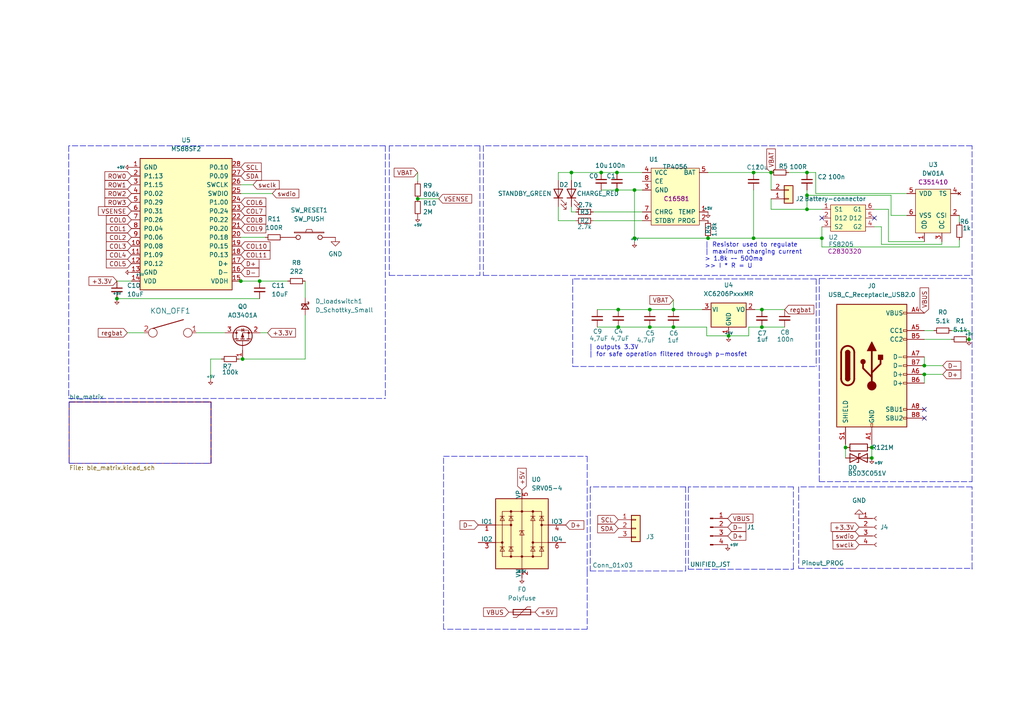
<source format=kicad_sch>
(kicad_sch (version 20211123) (generator eeschema)
  (paper "A4")
  (title_block (title "Challenger-uni") (rev "0.1") (company "// ") (comment 1 "Author: ScatteredDrifter // fabianstabusiness@protonmail.com"))
  (lib_symbols
    (symbol "Connector:Conn_01x04_Female" (pin_names (offset 1.016) hide)
      (property "Reference" "J" (at 0 5.08 0))
      (property "Value" "Conn_01x04_Female" (at 0 -7.62 0))
      (symbol "Conn_01x04_Female_1_1"
        (arc (start 0 -4.572) (mid -0.508 -5.08) (end 0 -5.588) (stroke (width 0.1524)))
        (arc (start 0 -2.032) (mid -0.508 -2.54) (end 0 -3.048) (stroke (width 0.1524)))
        (polyline (pts (xy -1.27 -5.08) (xy -0.508 -5.08)) (stroke (width 0.1524)))
        (polyline (pts (xy -1.27 -2.54) (xy -0.508 -2.54)) (stroke (width 0.1524)))
        (polyline (pts (xy -1.27 0) (xy -0.508 0)) (stroke (width 0.1524)))
        (polyline (pts (xy -1.27 2.54) (xy -0.508 2.54)) (stroke (width 0.1524)))
        (arc (start 0 0.508) (mid -0.508 0) (end 0 -0.508) (stroke (width 0.1524)))
        (arc (start 0 3.048) (mid -0.508 2.54) (end 0 2.032) (stroke (width 0.1524)))
        (pin passive line (at -5.08 2.54 0) (length 3.81) (name "Pin_1") (number "1"))
        (pin passive line (at -5.08 0 0) (length 3.81) (name "Pin_2") (number "2"))
        (pin passive line (at -5.08 -2.54 0) (length 3.81) (name "Pin_3") (number "3"))
        (pin passive line (at -5.08 -5.08 0) (length 3.81) (name "Pin_4") (number "4"))
      )
    )
    (symbol "Connector:Conn_01x04_Male" (pin_names (offset 1.016) hide)
      (property "Reference" "J" (at 0 5.08 0))
      (property "Value" "Conn_01x04_Male" (at 0 -7.62 0))
      (symbol "Conn_01x04_Male_1_1"
        (polyline (pts (xy 1.27 -5.08) (xy 0.8636 -5.08)) (stroke (width 0.1524)))
        (polyline (pts (xy 1.27 -2.54) (xy 0.8636 -2.54)) (stroke (width 0.1524)))
        (polyline (pts (xy 1.27 0) (xy 0.8636 0)) (stroke (width 0.1524)))
        (polyline (pts (xy 1.27 2.54) (xy 0.8636 2.54)) (stroke (width 0.1524)))
        (rectangle (start 0.8636 -4.953) (end 0 -5.207) (stroke (width 0.1524)) (fill (type outline)))
        (rectangle (start 0.8636 -2.413) (end 0 -2.667) (stroke (width 0.1524)) (fill (type outline)))
        (rectangle (start 0.8636 0.127) (end 0 -0.127) (stroke (width 0.1524)) (fill (type outline)))
        (rectangle (start 0.8636 2.667) (end 0 2.413) (stroke (width 0.1524)) (fill (type outline)))
        (pin passive line (at 5.08 2.54 180) (length 3.81) (name "Pin_1") (number "1"))
        (pin passive line (at 5.08 0 180) (length 3.81) (name "Pin_2") (number "2"))
        (pin passive line (at 5.08 -2.54 180) (length 3.81) (name "Pin_3") (number "3"))
        (pin passive line (at 5.08 -5.08 180) (length 3.81) (name "Pin_4") (number "4"))
      )
    )
    (symbol "Connector:USB_C_Receptacle_USB2.0" (pin_names (offset 1.016))
      (property "Reference" "J" (at -10.16 19.05 0))
      (property "Value" "USB_C_Receptacle_USB2.0" (at 19.05 19.05 0))
      (symbol "USB_C_Receptacle_USB2.0_0_0"
        (rectangle (start -0.254 -17.78) (end 0.254 -16.764))
        (rectangle (start 10.16 -14.986) (end 9.144 -15.494))
        (rectangle (start 10.16 -12.446) (end 9.144 -12.954))
        (rectangle (start 10.16 -4.826) (end 9.144 -5.334))
        (rectangle (start 10.16 -2.286) (end 9.144 -2.794))
        (rectangle (start 10.16 0.254) (end 9.144 -0.254))
        (rectangle (start 10.16 2.794) (end 9.144 2.286))
        (rectangle (start 10.16 7.874) (end 9.144 7.366))
        (rectangle (start 10.16 10.414) (end 9.144 9.906))
        (rectangle (start 10.16 15.494) (end 9.144 14.986))
      )
      (symbol "USB_C_Receptacle_USB2.0_0_1"
        (rectangle (start -10.16 17.78) (end 10.16 -17.78) (stroke (width 0.254)) (fill (type background)))
        (arc (start -8.89 -3.81) (mid -6.985 -5.715) (end -5.08 -3.81) (stroke (width 0.508)))
        (arc (start -7.62 -3.81) (mid -6.985 -4.445) (end -6.35 -3.81) (stroke (width 0.254)))
        (arc (start -7.62 -3.81) (mid -6.985 -4.445) (end -6.35 -3.81) (stroke (width 0.254)) (fill (type outline)))
        (rectangle (start -7.62 -3.81) (end -6.35 3.81) (stroke (width 0.254)) (fill (type outline)))
        (arc (start -6.35 3.81) (mid -6.985 4.445) (end -7.62 3.81) (stroke (width 0.254)))
        (arc (start -6.35 3.81) (mid -6.985 4.445) (end -7.62 3.81) (stroke (width 0.254)) (fill (type outline)))
        (arc (start -5.08 3.81) (mid -6.985 5.715) (end -8.89 3.81) (stroke (width 0.508)))
        (circle (center -2.54 1.143) (radius 0.635) (stroke (width 0.254)) (fill (type outline)))
        (circle (center 0 -5.842) (radius 1.27) (fill (type outline)))
        (polyline (pts (xy -8.89 -3.81) (xy -8.89 3.81)) (stroke (width 0.508)))
        (polyline (pts (xy -5.08 3.81) (xy -5.08 -3.81)) (stroke (width 0.508)))
        (polyline (pts (xy 0 -5.842) (xy 0 4.318)) (stroke (width 0.508)))
        (polyline (pts (xy 0 -3.302) (xy -2.54 -0.762) (xy -2.54 0.508)) (stroke (width 0.508)))
        (polyline (pts (xy 0 -2.032) (xy 2.54 0.508) (xy 2.54 1.778)) (stroke (width 0.508)))
        (polyline (pts (xy -1.27 4.318) (xy 0 6.858) (xy 1.27 4.318) (xy -1.27 4.318)) (stroke (width 0.254)) (fill (type outline)))
        (rectangle (start 1.905 1.778) (end 3.175 3.048) (stroke (width 0.254)) (fill (type outline)))
      )
      (symbol "USB_C_Receptacle_USB2.0_1_1"
        (pin passive line (at 0 -22.86 90) (length 5.08) (name "GND") (number "A1"))
        (pin passive line (at 0 -22.86 90) (length 5.08) hide (name "GND") (number "A12"))
        (pin passive line (at 15.24 15.24 180) (length 5.08) (name "VBUS") (number "A4"))
        (pin bidirectional line (at 15.24 10.16 180) (length 5.08) (name "CC1") (number "A5"))
        (pin bidirectional line (at 15.24 -2.54 180) (length 5.08) (name "D+") (number "A6"))
        (pin bidirectional line (at 15.24 2.54 180) (length 5.08) (name "D-") (number "A7"))
        (pin bidirectional line (at 15.24 -12.7 180) (length 5.08) (name "SBU1") (number "A8"))
        (pin passive line (at 15.24 15.24 180) (length 5.08) hide (name "VBUS") (number "A9"))
        (pin passive line (at 0 -22.86 90) (length 5.08) hide (name "GND") (number "B1"))
        (pin passive line (at 0 -22.86 90) (length 5.08) hide (name "GND") (number "B12"))
        (pin passive line (at 15.24 15.24 180) (length 5.08) hide (name "VBUS") (number "B4"))
        (pin bidirectional line (at 15.24 7.62 180) (length 5.08) (name "CC2") (number "B5"))
        (pin bidirectional line (at 15.24 -5.08 180) (length 5.08) (name "D+") (number "B6"))
        (pin bidirectional line (at 15.24 0 180) (length 5.08) (name "D-") (number "B7"))
        (pin bidirectional line (at 15.24 -15.24 180) (length 5.08) (name "SBU2") (number "B8"))
        (pin passive line (at 15.24 15.24 180) (length 5.08) hide (name "VBUS") (number "B9"))
        (pin passive line (at -7.62 -22.86 90) (length 5.08) (name "SHIELD") (number "S1"))
      )
    )
    (symbol "Connector_Generic:Conn_01x02" (pin_names (offset 1.016) hide)
      (property "Reference" "J" (at 0 2.54 0))
      (property "Value" "Conn_01x02" (at 0 -5.08 0))
      (symbol "Conn_01x02_1_1"
        (rectangle (start -1.27 -2.413) (end 0 -2.667) (stroke (width 0.1524)))
        (rectangle (start -1.27 0.127) (end 0 -0.127) (stroke (width 0.1524)))
        (rectangle (start -1.27 1.27) (end 1.27 -3.81) (stroke (width 0.254)) (fill (type background)))
        (pin passive line (at -5.08 0 0) (length 3.81) (name "Pin_1") (number "1"))
        (pin passive line (at -5.08 -2.54 0) (length 3.81) (name "Pin_2") (number "2"))
      )
    )
    (symbol "Connector_Generic:Conn_01x03" (pin_names (offset 1.016) hide)
      (property "Reference" "J" (at 0 5.08 0))
      (property "Value" "Conn_01x03" (at 0 -5.08 0))
      (symbol "Conn_01x03_1_1"
        (rectangle (start -1.27 -2.413) (end 0 -2.667) (stroke (width 0.1524)))
        (rectangle (start -1.27 0.127) (end 0 -0.127) (stroke (width 0.1524)))
        (rectangle (start -1.27 2.667) (end 0 2.413) (stroke (width 0.1524)))
        (rectangle (start -1.27 3.81) (end 1.27 -3.81) (stroke (width 0.254)) (fill (type background)))
        (pin passive line (at -5.08 2.54 0) (length 3.81) (name "Pin_1") (number "1"))
        (pin passive line (at -5.08 0 0) (length 3.81) (name "Pin_2") (number "2"))
        (pin passive line (at -5.08 -2.54 0) (length 3.81) (name "Pin_3") (number "3"))
      )
    )
    (symbol "Device:C_Small" (pin_numbers hide) (pin_names (offset 0.254) hide)
      (property "Reference" "C" (at 0.254 1.778 0))
      (property "Value" "C_Small" (at 0.254 -2.032 0))
      (symbol "C_Small_0_1"
        (polyline (pts (xy -1.524 -0.508) (xy 1.524 -0.508)) (stroke (width 0.3302)))
        (polyline (pts (xy -1.524 0.508) (xy 1.524 0.508)) (stroke (width 0.3048)))
      )
      (symbol "C_Small_1_1"
        (pin passive line (at 0 2.54 270) (length 2.032) (name "~") (number "1"))
        (pin passive line (at 0 -2.54 90) (length 2.032) (name "~") (number "2"))
      )
    )
    (symbol "Device:D_Schottky_Small" (pin_numbers hide) (pin_names (offset 0.254) hide)
      (property "Reference" "D" (at -1.27 2.032 0))
      (property "Value" "D_Schottky_Small" (at -7.112 -2.032 0))
      (symbol "D_Schottky_Small_0_1"
        (polyline (pts (xy -0.762 0) (xy 0.762 0)))
        (polyline (pts (xy 0.762 -1.016) (xy -0.762 0) (xy 0.762 1.016) (xy 0.762 -1.016)) (stroke (width 0.254)))
        (polyline (pts (xy -1.27 0.762) (xy -1.27 1.016) (xy -0.762 1.016) (xy -0.762 -1.016) (xy -0.254 -1.016) (xy -0.254 -0.762)) (stroke (width 0.254)))
      )
      (symbol "D_Schottky_Small_1_1"
        (pin passive line (at -2.54 0 0) (length 1.778) (name "K") (number "1"))
        (pin passive line (at 2.54 0 180) (length 1.778) (name "A") (number "2"))
      )
    )
    (symbol "Device:LED" (pin_numbers hide) (pin_names (offset 1.016) hide)
      (property "Reference" "D" (at 0 2.54 0))
      (property "Value" "LED" (at 0 -2.54 0))
      (symbol "LED_0_1"
        (polyline (pts (xy -1.27 -1.27) (xy -1.27 1.27)) (stroke (width 0.254)))
        (polyline (pts (xy -1.27 0) (xy 1.27 0)))
        (polyline (pts (xy 1.27 -1.27) (xy 1.27 1.27) (xy -1.27 0) (xy 1.27 -1.27)) (stroke (width 0.254)))
        (polyline (pts (xy -3.048 -0.762) (xy -4.572 -2.286) (xy -3.81 -2.286) (xy -4.572 -2.286) (xy -4.572 -1.524)))
        (polyline (pts (xy -1.778 -0.762) (xy -3.302 -2.286) (xy -2.54 -2.286) (xy -3.302 -2.286) (xy -3.302 -1.524)))
      )
      (symbol "LED_1_1"
        (pin passive line (at -3.81 0 0) (length 2.54) (name "K") (number "1"))
        (pin passive line (at 3.81 0 180) (length 2.54) (name "A") (number "2"))
      )
    )
    (symbol "Device:Polyfuse" (pin_numbers hide) (pin_names (offset 0))
      (property "Reference" "F" (at -2.54 0 90))
      (property "Value" "Polyfuse" (at 2.54 0 90))
      (symbol "Polyfuse_0_1"
        (rectangle (start -0.762 2.54) (end 0.762 -2.54) (stroke (width 0.254)))
        (polyline (pts (xy 0 2.54) (xy 0 -2.54)))
        (polyline (pts (xy -1.524 2.54) (xy -1.524 1.524) (xy 1.524 -1.524) (xy 1.524 -2.54)))
      )
      (symbol "Polyfuse_1_1"
        (pin passive line (at 0 3.81 270) (length 1.27) (name "~") (number "1"))
        (pin passive line (at 0 -3.81 90) (length 1.27) (name "~") (number "2"))
      )
    )
    (symbol "Device:R" (pin_numbers hide) (pin_names (offset 0))
      (property "Reference" "R" (at 2.032 0 90))
      (property "Value" "R" (at 0 0 90))
      (symbol "R_0_1"
        (rectangle (start -1.016 -2.54) (end 1.016 2.54) (stroke (width 0.254)))
      )
      (symbol "R_1_1"
        (pin passive line (at 0 3.81 270) (length 1.27) (name "~") (number "1"))
        (pin passive line (at 0 -3.81 90) (length 1.27) (name "~") (number "2"))
      )
    )
    (symbol "Device:R_Small" (pin_numbers hide) (pin_names (offset 0.254) hide)
      (property "Reference" "R" (at 0.762 0.508 0))
      (property "Value" "R_Small" (at 0.762 -1.016 0))
      (symbol "R_Small_0_1"
        (rectangle (start -0.762 1.778) (end 0.762 -1.778) (stroke (width 0.2032)))
      )
      (symbol "R_Small_1_1"
        (pin passive line (at 0 2.54 270) (length 0.762) (name "~") (number "1"))
        (pin passive line (at 0 -2.54 90) (length 0.762) (name "~") (number "2"))
      )
    )
    (symbol "Diode:1.5KExxCA" (pin_numbers hide) (pin_names (offset 1.016) hide)
      (property "Reference" "D" (at 0 2.54 0))
      (property "Value" "1.5KExxCA" (at 0 -2.54 0))
      (symbol "1.5KExxCA_0_1"
        (polyline (pts (xy 1.27 0) (xy -1.27 0)))
        (polyline (pts (xy -2.54 -1.27) (xy 0 0) (xy -2.54 1.27) (xy -2.54 -1.27)) (stroke (width 0.254)))
        (polyline (pts (xy 0.508 1.27) (xy 0 1.27) (xy 0 -1.27) (xy -0.508 -1.27)) (stroke (width 0.254)))
        (polyline (pts (xy 2.54 1.27) (xy 2.54 -1.27) (xy 0 0) (xy 2.54 1.27)) (stroke (width 0.254)))
      )
      (symbol "1.5KExxCA_1_1"
        (pin passive line (at -3.81 0 0) (length 2.54) (name "A1") (number "1"))
        (pin passive line (at 3.81 0 180) (length 2.54) (name "A2") (number "2"))
      )
    )
    (symbol "MINEW_MS88SF2:MS88SF2" (pin_names (offset 1.016))
      (property "Reference" "U" (at 0 20.32 0))
      (property "Value" "MS88SF2" (at 0 -20.32 0))
      (symbol "MS88SF2_0_1"
        (rectangle (start -13.97 19.05) (end 12.7 -19.05) (stroke (width 0.254)) (fill (type background)))
      )
      (symbol "MS88SF2_1_1"
        (pin power_in line (at -16.51 16.51 0) (length 2.54) (name "GND") (number "1"))
        (pin bidirectional line (at -16.51 -6.35 0) (length 2.54) (name "P0.08") (number "10"))
        (pin bidirectional line (at -16.51 -8.89 0) (length 2.54) (name "P1.09") (number "11"))
        (pin bidirectional line (at -16.51 -11.43 0) (length 2.54) (name "P0.12") (number "12"))
        (pin power_in line (at -16.51 -13.97 0) (length 2.54) (name "GND") (number "13"))
        (pin power_in line (at -16.51 -16.51 0) (length 2.54) (name "VDD") (number "14"))
        (pin power_in line (at 15.24 -16.51 180) (length 2.54) (name "VDDH") (number "15"))
        (pin output line (at 15.24 -13.97 180) (length 2.54) (name "D-") (number "16"))
        (pin output line (at 15.24 -11.43 180) (length 2.54) (name "D+") (number "17"))
        (pin bidirectional line (at 15.24 -8.89 180) (length 2.54) (name "P0.13") (number "18"))
        (pin bidirectional line (at 15.24 -6.35 180) (length 2.54) (name "P0.15") (number "19"))
        (pin bidirectional line (at -16.51 13.97 0) (length 2.54) (name "P1.13") (number "2"))
        (pin bidirectional line (at 15.24 -3.81 180) (length 2.54) (name "P0.18") (number "20"))
        (pin bidirectional line (at 15.24 -1.27 180) (length 2.54) (name "P0.20") (number "21"))
        (pin bidirectional line (at 15.24 1.27 180) (length 2.54) (name "P0.22") (number "22"))
        (pin bidirectional line (at 15.24 3.81 180) (length 2.54) (name "P0.24") (number "23"))
        (pin bidirectional line (at 15.24 6.35 180) (length 2.54) (name "P1.00") (number "24"))
        (pin bidirectional line (at 15.24 8.89 180) (length 2.54) (name "SWDIO") (number "25"))
        (pin input line (at 15.24 11.43 180) (length 2.54) (name "SWCLK") (number "26"))
        (pin bidirectional line (at 15.24 13.97 180) (length 2.54) (name "P0.09") (number "27"))
        (pin bidirectional line (at 15.24 16.51 180) (length 2.54) (name "P0.10") (number "28"))
        (pin bidirectional line (at -16.51 11.43 0) (length 2.54) (name "P1.15") (number "3"))
        (pin bidirectional line (at -16.51 8.89 0) (length 2.54) (name "P0.02") (number "4"))
        (pin bidirectional line (at -16.51 6.35 0) (length 2.54) (name "P0.29") (number "5"))
        (pin bidirectional line (at -16.51 3.81 0) (length 2.54) (name "P0.31") (number "6"))
        (pin bidirectional line (at -16.51 1.27 0) (length 2.54) (name "P0.26") (number "7"))
        (pin bidirectional line (at -16.51 -1.27 0) (length 2.54) (name "P0.04") (number "8"))
        (pin bidirectional line (at -16.51 -3.81 0) (length 2.54) (name "P0.06") (number "9"))
      )
    )
    (symbol "Power_Protection:SRV05-4" (pin_names (offset 0))
      (property "Reference" "U" (at -5.08 11.43 0))
      (property "Value" "SRV05-4" (at 2.54 11.43 0))
      (symbol "SRV05-4_0_0"
        (rectangle (start -5.715 6.477) (end 5.715 -6.604))
        (polyline (pts (xy -3.175 -6.604) (xy -3.175 6.477)))
        (polyline (pts (xy 3.175 6.477) (xy 3.175 -6.604)))
      )
      (symbol "SRV05-4_0_1"
        (rectangle (start -7.62 10.16) (end 7.62 -10.16) (stroke (width 0.254)) (fill (type background)))
        (circle (center -5.715 -2.54) (radius 0.2794) (fill (type outline)))
        (circle (center -3.175 -6.604) (radius 0.2794) (fill (type outline)))
        (circle (center -3.175 2.54) (radius 0.2794) (fill (type outline)))
        (circle (center -3.175 6.477) (radius 0.2794) (fill (type outline)))
        (circle (center 0 -6.604) (radius 0.2794) (fill (type outline)))
        (polyline (pts (xy -7.747 2.54) (xy -3.175 2.54)))
        (polyline (pts (xy -7.62 -2.54) (xy -5.715 -2.54)))
        (polyline (pts (xy -5.08 -3.81) (xy -6.35 -3.81)))
        (polyline (pts (xy -5.08 5.08) (xy -6.35 5.08)))
        (polyline (pts (xy -2.54 -3.81) (xy -3.81 -3.81)))
        (polyline (pts (xy -2.54 5.08) (xy -3.81 5.08)))
        (polyline (pts (xy 0 10.16) (xy 0 -10.16)))
        (polyline (pts (xy 3.81 -3.81) (xy 2.54 -3.81)))
        (polyline (pts (xy 3.81 5.08) (xy 2.54 5.08)))
        (polyline (pts (xy 6.35 -3.81) (xy 5.08 -3.81)))
        (polyline (pts (xy 6.35 5.08) (xy 5.08 5.08)))
        (polyline (pts (xy 7.62 -2.54) (xy 3.175 -2.54)))
        (polyline (pts (xy 7.62 2.54) (xy 5.715 2.54)))
        (polyline (pts (xy 0.635 0.889) (xy -0.635 0.889) (xy -0.635 0.635)))
        (polyline (pts (xy -5.08 -5.08) (xy -6.35 -5.08) (xy -5.715 -3.81) (xy -5.08 -5.08)))
        (polyline (pts (xy -5.08 3.81) (xy -6.35 3.81) (xy -5.715 5.08) (xy -5.08 3.81)))
        (polyline (pts (xy -2.54 -5.08) (xy -3.81 -5.08) (xy -3.175 -3.81) (xy -2.54 -5.08)))
        (polyline (pts (xy -2.54 3.81) (xy -3.81 3.81) (xy -3.175 5.08) (xy -2.54 3.81)))
        (polyline (pts (xy 0.635 -0.381) (xy -0.635 -0.381) (xy 0 0.889) (xy 0.635 -0.381)))
        (polyline (pts (xy 3.81 -5.08) (xy 2.54 -5.08) (xy 3.175 -3.81) (xy 3.81 -5.08)))
        (polyline (pts (xy 3.81 3.81) (xy 2.54 3.81) (xy 3.175 5.08) (xy 3.81 3.81)))
        (polyline (pts (xy 6.35 -5.08) (xy 5.08 -5.08) (xy 5.715 -3.81) (xy 6.35 -5.08)))
        (polyline (pts (xy 6.35 3.81) (xy 5.08 3.81) (xy 5.715 5.08) (xy 6.35 3.81)))
        (circle (center 0 6.477) (radius 0.2794) (fill (type outline)))
        (circle (center 3.175 -6.604) (radius 0.2794) (fill (type outline)))
        (circle (center 3.175 -2.54) (radius 0.2794) (fill (type outline)))
        (circle (center 3.175 6.477) (radius 0.2794) (fill (type outline)))
        (circle (center 5.715 2.54) (radius 0.2794) (fill (type outline)))
      )
      (symbol "SRV05-4_1_1"
        (pin passive line (at -12.7 2.54 0) (length 5.08) (name "IO1") (number "1"))
        (pin passive line (at 0 -12.7 90) (length 2.54) (name "VN") (number "2"))
        (pin passive line (at -12.7 -2.54 0) (length 5.08) (name "IO2") (number "3"))
        (pin passive line (at 12.7 2.54 180) (length 5.08) (name "IO3") (number "4"))
        (pin passive line (at 0 12.7 270) (length 2.54) (name "VP") (number "5"))
        (pin passive line (at 12.7 -2.54 180) (length 5.08) (name "IO4") (number "6"))
      )
    )
    (symbol "Regulator_Linear:XC6206PxxxMR" (pin_names (offset 0.254))
      (property "Reference" "U" (at -3.81 3.175 0))
      (property "Value" "XC6206PxxxMR" (at 0 3.175 0))
      (symbol "XC6206PxxxMR_0_1"
        (rectangle (start -5.08 1.905) (end 5.08 -5.08) (stroke (width 0.254)) (fill (type background)))
      )
      (symbol "XC6206PxxxMR_1_1"
        (pin power_in line (at 0 -7.62 90) (length 2.54) (name "GND") (number "1"))
        (pin power_out line (at 7.62 0 180) (length 2.54) (name "VO") (number "2"))
        (pin power_in line (at -7.62 0 0) (length 2.54) (name "VI") (number "3"))
      )
    )
    (symbol "Transistor_FET:AO3401A" (pin_names hide)
      (property "Reference" "Q" (at 5.08 1.905 0))
      (property "Value" "AO3401A" (at 5.08 0 0))
      (symbol "AO3401A_0_1"
        (polyline (pts (xy 0.254 0) (xy -2.54 0)))
        (polyline (pts (xy 0.254 1.905) (xy 0.254 -1.905)) (stroke (width 0.254)))
        (polyline (pts (xy 0.762 -1.27) (xy 0.762 -2.286)) (stroke (width 0.254)))
        (polyline (pts (xy 0.762 0.508) (xy 0.762 -0.508)) (stroke (width 0.254)))
        (polyline (pts (xy 0.762 2.286) (xy 0.762 1.27)) (stroke (width 0.254)))
        (polyline (pts (xy 2.54 2.54) (xy 2.54 1.778)))
        (polyline (pts (xy 2.54 -2.54) (xy 2.54 0) (xy 0.762 0)))
        (polyline (pts (xy 0.762 1.778) (xy 3.302 1.778) (xy 3.302 -1.778) (xy 0.762 -1.778)))
        (polyline (pts (xy 2.286 0) (xy 1.27 0.381) (xy 1.27 -0.381) (xy 2.286 0)) (fill (type outline)))
        (polyline (pts (xy 2.794 -0.508) (xy 2.921 -0.381) (xy 3.683 -0.381) (xy 3.81 -0.254)))
        (polyline (pts (xy 3.302 -0.381) (xy 2.921 0.254) (xy 3.683 0.254) (xy 3.302 -0.381)))
        (circle (center 1.651 0) (radius 2.794) (stroke (width 0.254)))
        (circle (center 2.54 -1.778) (radius 0.254) (fill (type outline)))
        (circle (center 2.54 1.778) (radius 0.254) (fill (type outline)))
      )
      (symbol "AO3401A_1_1"
        (pin input line (at -5.08 0 0) (length 2.54) (name "G") (number "1"))
        (pin passive line (at 2.54 -5.08 90) (length 2.54) (name "S") (number "2"))
        (pin passive line (at 2.54 5.08 270) (length 2.54) (name "D") (number "3"))
      )
    )
    (symbol "keyboard_parts:GND" (power) (pin_names (offset 0))
      (property "Value" "GND" (at 0 -2.54 0))
      (symbol "GND_0_0"
        (pin power_in line (at 0 0 90) (length 0) hide (name "+5V") (number "1"))
      )
      (symbol "GND_0_1"
        (polyline (pts (xy 0 -1.651) (xy 0.635 -1.016) (xy -0.635 -1.016) (xy 0 -1.651)))
      )
      (symbol "GND_1_1"
        (polyline (pts (xy 0 0) (xy 0 -1.016) (xy 0 -1.016)))
      )
    )
    (symbol "keyboard_parts:KEYSW" (pin_names (offset 1.016))
      (property "Reference" "K?" (at -1.27 0 0))
      (symbol "KEYSW_0_1"
        (circle (center -5.08 0) (radius 1.27))
        (polyline (pts (xy -5.08 1.27) (xy 3.81 3.81)) (stroke (width 0.254)))
        (circle (center 5.08 0) (radius 1.27))
      )
      (symbol "KEYSW_1_1"
        (pin passive line (at 7.62 0 180) (length 1.27) (name "~") (number "1"))
        (pin passive line (at -7.62 0 0) (length 1.27) (name "~") (number "2"))
      )
    )
    (symbol "keyboard_parts:SW_PUSH" (pin_numbers hide) (pin_names (offset 1.016) hide)
      (property "Reference" "SW" (at 3.81 2.794 0))
      (property "Value" "SW_PUSH" (at 0 -2.032 0))
      (symbol "SW_PUSH_0_1"
        (rectangle (start -4.318 1.27) (end 4.318 1.524))
        (polyline (pts (xy -1.016 1.524) (xy -0.762 2.286) (xy 0.762 2.286) (xy 1.016 1.524)))
        (pin passive inverted (at -7.62 0 0) (length 5.08) (name "1") (number "1"))
        (pin passive inverted (at 7.62 0 180) (length 5.08) (name "2") (number "2"))
      )
    )
    (symbol "marbastlib-various:DW01A" (pin_names (offset 1.016))
      (property "Reference" "U" (at -5.08 7.62 0))
      (property "Value" "DW01A" (at 2.54 7.62 0))
      (property "LCSC" "C61503" (at 0 0 0))
      (symbol "DW01A_0_1"
        (rectangle (start -5.08 6.35) (end 5.08 -6.35) (fill (type background)))
      )
      (symbol "DW01A_1_1"
        (pin output line (at -2.54 -8.89 90) (length 2.54) (name "OD") (number "1"))
        (pin input line (at 7.62 -1.27 180) (length 2.54) (name "CSI") (number "2"))
        (pin output line (at 2.54 -8.89 90) (length 2.54) (name "OC") (number "3"))
        (pin no_connect line (at 7.62 5.08 180) (length 2.54) (name "TS") (number "4"))
        (pin power_in line (at -7.62 5.08 0) (length 2.54) (name "VDD") (number "5"))
        (pin power_in line (at -7.62 -1.27 0) (length 2.54) (name "VSS") (number "6"))
      )
    )
    (symbol "marbastlib-various:FS8205" (pin_names (offset 1.016))
      (property "Reference" "U" (at -3.81 5.08 0))
      (property "Value" "FS8205" (at -1.27 -5.08 0))
      (property "LCSC" "C32254" (at 0 0 0))
      (symbol "FS8205_0_1"
        (rectangle (start -5.08 3.81) (end 5.08 -3.81) (fill (type background)))
      )
      (symbol "FS8205_1_1"
        (pin power_in line (at -7.62 2.54 0) (length 2.54) (name "S1") (number "1"))
        (pin power_in line (at -7.62 0 0) (length 2.54) (name "D12") (number "2"))
        (pin power_in line (at -7.62 -2.54 0) (length 2.54) (name "S2") (number "3"))
        (pin input line (at 7.62 -2.54 180) (length 2.54) (name "G2") (number "4"))
        (pin power_in line (at 7.62 0 180) (length 2.54) (name "D12") (number "5"))
        (pin input line (at 7.62 2.54 180) (length 2.54) (name "G1") (number "6"))
      )
    )
    (symbol "marbastlib-various:TP4056" (pin_names (offset 1.016))
      (property "Reference" "U" (at -6.35 8.89 0))
      (property "Value" "TP4056" (at 2.54 -10.16 0))
      (property "LCSC" "C16581" (at 0 0 0))
      (symbol "TP4056_0_1"
        (rectangle (start -7.62 7.62) (end 6.35 -8.89) (fill (type background)))
      )
      (symbol "TP4056_1_1"
        (pin input line (at 8.89 -5.08 180) (length 2.54) (name "TEMP") (number "1"))
        (pin input line (at 8.89 -7.62 180) (length 2.54) (name "PROG") (number "2"))
        (pin power_in line (at -10.16 1.27 0) (length 2.54) (name "GND") (number "3"))
        (pin power_in line (at -10.16 6.35 0) (length 2.54) (name "VCC") (number "4"))
        (pin power_out line (at 8.89 6.35 180) (length 2.54) (name "BAT") (number "5"))
        (pin output line (at -10.16 -7.62 0) (length 2.54) (name "STDBY") (number "6"))
        (pin output line (at -10.16 -5.08 0) (length 2.54) (name "CHRG") (number "7"))
        (pin input line (at -10.16 3.81 0) (length 2.54) (name "CE") (number "8"))
      )
    )
    (symbol "power:GND" (power) (pin_names (offset 0))
      (property "Value" "GND" (at 0 -3.81 0))
      (symbol "GND_0_1"
        (polyline (pts (xy 0 0) (xy 0 -1.27) (xy 1.27 -1.27) (xy 0 -2.54) (xy -1.27 -1.27) (xy 0 -1.27)))
      )
      (symbol "GND_1_1"
        (pin power_in line (at 0 0 270) (length 0) hide (name "GND") (number "1"))
      )
    )
  )
  (junction (at 252.857 129.794))
  (junction (at 218.567 50.038))
  (junction (at 234.061 50.038))
  (junction (at 121.158 57.658))
  (junction (at 245.237 129.794))
  (junction (at 178.943 55.118))
  (junction (at 268.097 108.585))
  (junction (at 184.023 69.088))
  (junction (at 174.371 50.038))
  (junction (at 70.358 104.14))
  (junction (at 238.379 69.088))
  (junction (at 220.98 94.869))
  (junction (at 268.097 106.045))
  (junction (at 218.567 69.088))
  (junction (at 33.909 86.614))
  (junction (at 220.98 89.789))
  (junction (at 223.647 50.038))
  (junction (at 178.943 50.038))
  (junction (at 188.468 94.869))
  (junction (at 188.468 89.789))
  (junction (at 75.311 81.534))
  (junction (at 195.326 94.869))
  (junction (at 195.326 89.789))
  (junction (at 179.324 89.789))
  (junction (at 234.061 60.706))
  (junction (at 205.359 69.088))
  (junction (at 184.023 55.118))
  (junction (at 211.328 97.409))
  (junction (at 69.85 81.534))
  (junction (at 234.061 56.642))
  (junction (at 179.324 94.869))
  (junction (at 252.857 132.842))
  (junction (at 165.735 50.038))
  (junction (at 281.051 98.425))
  (no_connect (at 268.097 118.745))
  (no_connect (at 268.097 121.285))
  (no_connect (at 238.379 63.246))
  (no_connect (at 253.619 63.246))
  (wire (pts (xy 161.925 50.038) (xy 161.925 52.324)))
  (wire (pts (xy 195.326 94.869) (xy 204.978 94.869)))
  (wire (pts (xy 61.087 104.14) (xy 61.087 109.855)))
  (wire (pts (xy 275.971 95.885) (xy 281.051 95.885)))
  (wire (pts (xy 188.468 94.869) (xy 195.326 94.869)))
  (wire (pts (xy 184.023 69.088) (xy 205.359 69.088)))
  (wire (pts (xy 205.359 50.038) (xy 218.567 50.038)))
  (wire (pts (xy 69.723 81.534) (xy 69.85 81.534)))
  (polyline (pts (xy 140.208 42.291) (xy 140.208 79.883)))
  (polyline (pts (xy 128.651 182.499) (xy 128.651 132.334)))
  (wire (pts (xy 273.177 70.104) (xy 273.177 70.866)))
  (wire (pts (xy 173.228 94.869) (xy 179.324 94.869)))
  (wire (pts (xy 236.601 50.038) (xy 234.061 50.038)))
  (polyline (pts (xy 231.648 164.846) (xy 281.94 164.846)))
  (polyline (pts (xy 237.617 139.7) (xy 281.94 139.7)))
  (polyline (pts (xy 198.882 141.224) (xy 171.196 141.224)))
  (wire (pts (xy 268.097 108.585) (xy 273.431 108.585)))
  (wire (pts (xy 234.061 56.642) (xy 234.061 60.706)))
  (polyline (pts (xy 281.94 79.883) (xy 281.94 42.291)))
  (wire (pts (xy 257.683 60.706) (xy 257.683 70.104)))
  (polyline (pts (xy 237.617 80.772) (xy 237.617 139.7)))
  (wire (pts (xy 195.326 86.995) (xy 195.326 89.535)))
  (polyline (pts (xy 111.76 42.291) (xy 111.76 115.57)))
  (wire (pts (xy 227.584 94.869) (xy 220.98 94.869)))
  (polyline (pts (xy 237.617 80.772) (xy 281.94 80.772)))
  (wire (pts (xy 88.519 81.534) (xy 88.519 86.36)))
  (polyline (pts (xy 61.214 134.366) (xy 61.214 116.586)))
  (wire (pts (xy 217.17 97.409) (xy 211.328 97.409)))
  (polyline (pts (xy 199.644 165.1) (xy 230.124 165.1)))
  (wire (pts (xy 223.647 50.038) (xy 218.567 50.038)))
  (wire (pts (xy 88.519 91.44) (xy 88.519 104.14)))
  (wire (pts (xy 255.651 70.866) (xy 255.651 65.786)))
  (wire (pts (xy 218.567 69.088) (xy 238.379 69.088)))
  (wire (pts (xy 234.061 60.706) (xy 223.647 60.706)))
  (polyline (pts (xy 281.94 164.846) (xy 281.94 141.224)))
  (wire (pts (xy 165.735 50.038) (xy 174.371 50.038)))
  (wire (pts (xy 174.371 55.118) (xy 178.943 55.118)))
  (wire (pts (xy 223.647 55.118) (xy 223.647 50.038)))
  (wire (pts (xy 268.097 98.425) (xy 275.971 98.425)))
  (wire (pts (xy 178.943 55.118) (xy 184.023 55.118)))
  (wire (pts (xy 278.257 62.484) (xy 278.257 64.516)))
  (wire (pts (xy 268.097 108.585) (xy 268.097 111.125)))
  (wire (pts (xy 204.978 97.409) (xy 211.328 97.409)))
  (polyline (pts (xy 166.116 80.899) (xy 166.116 106.299)))
  (wire (pts (xy 257.683 70.104) (xy 268.097 70.104)))
  (polyline (pts (xy 140.208 79.883) (xy 281.94 79.883)))
  (wire (pts (xy 165.735 50.038) (xy 165.735 52.324)))
  (wire (pts (xy 161.925 50.038) (xy 165.735 50.038)))
  (wire (pts (xy 281.051 95.885) (xy 281.051 98.425)))
  (polyline (pts (xy 281.94 42.291) (xy 140.208 42.291)))
  (wire (pts (xy 69.342 104.14) (xy 70.358 104.14)))
  (polyline (pts (xy 171.196 141.224) (xy 171.196 165.608)))
  (polyline (pts (xy 111.76 42.291) (xy 19.939 42.291)))
  (wire (pts (xy 184.023 69.088) (xy 184.023 70.104)))
  (polyline (pts (xy 230.124 141.224) (xy 199.644 141.224)))
  (polyline (pts (xy 231.648 141.224) (xy 231.648 164.846)))
  (wire (pts (xy 36.957 96.52) (xy 41.783 96.52)))
  (wire (pts (xy 268.097 103.505) (xy 268.097 106.045)))
  (polyline (pts (xy 230.124 164.846) (xy 230.124 141.224)))
  (wire (pts (xy 258.445 56.642) (xy 258.445 62.484)))
  (wire (pts (xy 165.735 59.944) (xy 165.735 61.468)))
  (wire (pts (xy 223.647 57.658) (xy 223.647 60.706)))
  (polyline (pts (xy 236.728 80.899) (xy 166.116 80.899)))
  (wire (pts (xy 121.158 50.038) (xy 121.158 52.578)))
  (wire (pts (xy 218.567 55.118) (xy 218.567 69.088)))
  (polyline (pts (xy 19.939 42.291) (xy 19.939 115.57)))
  (polyline (pts (xy 281.94 141.224) (xy 231.648 141.224)))
  (wire (pts (xy 278.257 71.628) (xy 238.379 71.628)))
  (polyline (pts (xy 230.124 165.1) (xy 230.124 164.846)))
  (wire (pts (xy 69.85 68.834) (xy 76.962 68.834)))
  (polyline (pts (xy 112.903 79.883) (xy 139.192 79.883)))
  (wire (pts (xy 33.909 86.614) (xy 75.311 86.614)))
  (polyline (pts (xy 281.94 139.7) (xy 281.94 80.772)))
  (wire (pts (xy 172.085 64.008) (xy 186.309 64.008)))
  (wire (pts (xy 238.379 71.628) (xy 238.379 69.088)))
  (wire (pts (xy 245.237 129.794) (xy 245.237 132.842)))
  (polyline (pts (xy 112.903 42.291) (xy 112.903 79.883)))
  (wire (pts (xy 258.445 62.484) (xy 263.017 62.484)))
  (wire (pts (xy 33.909 81.534) (xy 38.1 81.534)))
  (polyline (pts (xy 199.644 141.224) (xy 199.644 165.1)))
  (wire (pts (xy 273.431 106.045) (xy 268.097 106.045)))
  (polyline (pts (xy 170.307 132.334) (xy 170.307 165.608)))
  (polyline (pts (xy 236.728 80.899) (xy 236.728 106.299)))
  (wire (pts (xy 220.98 89.789) (xy 227.584 89.789)))
  (polyline (pts (xy 20.066 116.586) (xy 20.066 134.366)))
  (wire (pts (xy 69.85 53.594) (xy 73.406 53.594)))
  (wire (pts (xy 184.023 55.118) (xy 186.309 55.118)))
  (wire (pts (xy 268.097 95.885) (xy 270.891 95.885)))
  (wire (pts (xy 75.311 81.534) (xy 83.439 81.534)))
  (wire (pts (xy 218.948 89.789) (xy 220.98 89.789)))
  (wire (pts (xy 173.228 89.789) (xy 179.324 89.789)))
  (wire (pts (xy 121.158 57.658) (xy 127.254 57.658)))
  (wire (pts (xy 184.023 55.118) (xy 184.023 69.088)))
  (wire (pts (xy 253.619 65.786) (xy 255.651 65.786)))
  (polyline (pts (xy 128.651 132.334) (xy 170.307 132.334)))
  (wire (pts (xy 236.601 56.134) (xy 236.601 50.038)))
  (polyline (pts (xy 20.066 134.366) (xy 61.214 134.366)))
  (wire (pts (xy 69.85 56.134) (xy 78.994 56.134)))
  (wire (pts (xy 195.326 89.789) (xy 203.708 89.789)))
  (polyline (pts (xy 139.192 42.291) (xy 112.903 42.291)))
  (wire (pts (xy 178.943 50.038) (xy 186.309 50.038)))
  (wire (pts (xy 70.358 104.14) (xy 88.519 104.14)))
  (wire (pts (xy 263.017 56.134) (xy 236.601 56.134)))
  (wire (pts (xy 161.925 64.008) (xy 167.005 64.008)))
  (wire (pts (xy 273.177 70.866) (xy 255.651 70.866)))
  (wire (pts (xy 253.619 60.706) (xy 257.683 60.706)))
  (wire (pts (xy 278.257 69.596) (xy 278.257 71.628)))
  (polyline (pts (xy 171.196 165.608) (xy 198.882 165.608)))
  (wire (pts (xy 245.237 128.905) (xy 245.237 129.794)))
  (polyline (pts (xy 139.192 42.291) (xy 139.192 79.883)))
  (wire (pts (xy 220.98 94.869) (xy 217.17 94.869)))
  (polyline (pts (xy 170.307 182.499) (xy 128.651 182.499)))
  (wire (pts (xy 75.438 96.52) (xy 77.597 96.52)))
  (polyline (pts (xy 166.116 106.299) (xy 236.728 106.299)))
  (wire (pts (xy 234.061 56.642) (xy 258.445 56.642)))
  (wire (pts (xy 179.324 94.869) (xy 188.468 94.869)))
  (wire (pts (xy 234.061 55.118) (xy 234.061 56.642)))
  (wire (pts (xy 69.85 81.534) (xy 75.311 81.534)))
  (wire (pts (xy 57.023 96.52) (xy 65.278 96.52)))
  (wire (pts (xy 161.925 59.944) (xy 161.925 64.008)))
  (wire (pts (xy 252.857 129.794) (xy 252.857 132.842)))
  (wire (pts (xy 252.857 128.905) (xy 252.857 129.794)))
  (polyline (pts (xy 19.939 115.57) (xy 111.76 115.57)))
  (polyline (pts (xy 198.882 141.224) (xy 198.882 165.608)))
  (wire (pts (xy 174.371 50.038) (xy 178.943 50.038)))
  (polyline (pts (xy 20.066 116.586) (xy 61.214 116.586)))
  (polyline (pts (xy 281.94 164.846) (xy 281.94 165.1)))
  (wire (pts (xy 238.379 69.088) (xy 238.379 65.786)))
  (polyline (pts (xy 170.307 165.608) (xy 170.307 182.499)))
  (wire (pts (xy 217.17 94.869) (xy 217.17 97.409)))
  (wire (pts (xy 238.379 60.706) (xy 234.061 60.706)))
  (wire (pts (xy 228.727 50.038) (xy 234.061 50.038)))
  (wire (pts (xy 64.262 104.14) (xy 61.087 104.14)))
  (wire (pts (xy 165.735 61.468) (xy 167.005 61.468)))
  (wire (pts (xy 188.468 89.789) (xy 195.326 89.789)))
  (wire (pts (xy 179.324 89.789) (xy 188.468 89.789)))
  (wire (pts (xy 218.567 69.088) (xy 205.359 69.088)))
  (wire (pts (xy 172.085 61.468) (xy 186.309 61.468)))
  (wire (pts (xy 204.978 94.869) (xy 204.978 97.409)))
  (text "| outputs 3.3V \n| for safe operation filtered through p-mosfet\n" (at 170.688 103.632 0) (effects (font (size 1.27 1.27)) (justify left bottom)))
  (text "| Resistor used to regulate \n| maximum charging current \n> 1.8k ~~ 500ma \n>> I * R = U \n" (at 204.343 77.978 0) (effects (font (size 1.27 1.27)) (justify left bottom)))
  (global_label "swdio" (shape input) (at 249.174 155.448 180) (property "Intersheet References" "${INTERSHEET_REFS}" (effects hide)))
  (global_label "COL2" (shape input) (at 38.1 68.834 180) (property "Intersheet References" "${INTERSHEET_REFS}" (effects hide)))
  (global_label "D+" (shape input) (at 164.084 152.273 0) (property "Intersheet References" "${INTERSHEET_REFS}" (effects hide)))
  (global_label "COL0" (shape input) (at 38.1 63.754 180) (property "Intersheet References" "${INTERSHEET_REFS}" (effects hide)))
  (global_label "SDA" (shape input) (at 69.85 51.054 0) (property "Intersheet References" "${INTERSHEET_REFS}" (effects hide)))
  (global_label "regbat" (shape input) (at 36.957 96.52 180) (property "Intersheet References" "${INTERSHEET_REFS}" (effects hide)))
  (global_label "COL6" (shape input) (at 69.85 58.674 0) (property "Intersheet References" "${INTERSHEET_REFS}" (effects hide)))
  (global_label "+5V" (shape input) (at 151.384 142.113 90) (property "Intersheet References" "${INTERSHEET_REFS}" (effects hide)))
  (global_label "ROW0" (shape input) (at 38.1 51.054 180) (property "Intersheet References" "${INTERSHEET_REFS}" (effects hide)))
  (global_label "+5V" (shape input) (at 155.194 177.546 0) (property "Intersheet References" "${INTERSHEET_REFS}" (effects hide)))
  (global_label "VBUS" (shape input) (at 268.097 90.805 90) (property "Intersheet References" "${INTERSHEET_REFS}" (effects hide)))
  (global_label "COL9" (shape input) (at 69.85 66.294 0) (property "Intersheet References" "${INTERSHEET_REFS}" (effects hide)))
  (global_label "COL7" (shape input) (at 69.85 61.214 0) (property "Intersheet References" "${INTERSHEET_REFS}" (effects hide)))
  (global_label "D-" (shape input) (at 273.431 106.045 0) (property "Intersheet References" "${INTERSHEET_REFS}" (effects hide)))
  (global_label "ROW2" (shape input) (at 38.1 56.134 180) (property "Intersheet References" "${INTERSHEET_REFS}" (effects hide)))
  (global_label "SDA" (shape input) (at 179.324 153.289 180) (property "Intersheet References" "${INTERSHEET_REFS}" (effects hide)))
  (global_label "VSENSE" (shape input) (at 38.1 61.214 180) (property "Intersheet References" "${INTERSHEET_REFS}" (effects hide)))
  (global_label "VBAT" (shape input) (at 195.326 86.995 180) (property "Intersheet References" "${INTERSHEET_REFS}" (effects hide)))
  (global_label "COL10" (shape input) (at 69.85 71.374 0) (property "Intersheet References" "${INTERSHEET_REFS}" (effects hide)))
  (global_label "D-" (shape input) (at 69.85 78.994 0) (property "Intersheet References" "${INTERSHEET_REFS}" (effects hide)))
  (global_label "COL8" (shape input) (at 69.85 63.754 0) (property "Intersheet References" "${INTERSHEET_REFS}" (effects hide)))
  (global_label "swdio" (shape input) (at 78.994 56.134 0) (property "Intersheet References" "${INTERSHEET_REFS}" (effects hide)))
  (global_label "ROW1" (shape input) (at 38.1 53.594 180) (property "Intersheet References" "${INTERSHEET_REFS}" (effects hide)))
  (global_label "VBUS" (shape input) (at 147.574 177.546 180) (property "Intersheet References" "${INTERSHEET_REFS}" (effects hide)))
  (global_label "D-" (shape input) (at 138.684 152.273 180) (property "Intersheet References" "${INTERSHEET_REFS}" (effects hide)))
  (global_label "SCL" (shape input) (at 179.324 150.749 180) (property "Intersheet References" "${INTERSHEET_REFS}" (effects hide)))
  (global_label "SCL" (shape input) (at 69.85 48.514 0) (property "Intersheet References" "${INTERSHEET_REFS}" (effects hide)))
  (global_label "COL4" (shape input) (at 38.1 73.914 180) (property "Intersheet References" "${INTERSHEET_REFS}" (effects hide)))
  (global_label "D+" (shape input) (at 211.074 155.448 0) (property "Intersheet References" "${INTERSHEET_REFS}" (effects hide)))
  (global_label "COL5" (shape input) (at 38.1 76.454 180) (property "Intersheet References" "${INTERSHEET_REFS}" (effects hide)))
  (global_label "VBAT" (shape input) (at 121.158 50.038 180) (property "Intersheet References" "${INTERSHEET_REFS}" (effects hide)))
  (global_label "VBUS" (shape input) (at 211.074 150.368 0) (property "Intersheet References" "${INTERSHEET_REFS}" (effects hide)))
  (global_label "+3.3V" (shape input) (at 33.909 81.534 180) (property "Intersheet References" "${INTERSHEET_REFS}" (effects hide)))
  (global_label "VSENSE" (shape input) (at 127.254 57.658 0) (property "Intersheet References" "${INTERSHEET_REFS}" (effects hide)))
  (global_label "D+" (shape input) (at 273.431 108.585 0) (property "Intersheet References" "${INTERSHEET_REFS}" (effects hide)))
  (global_label "COL1" (shape input) (at 38.1 66.294 180) (property "Intersheet References" "${INTERSHEET_REFS}" (effects hide)))
  (global_label "regbat" (shape input) (at 227.584 89.789 0) (property "Intersheet References" "${INTERSHEET_REFS}" (effects hide)))
  (global_label "COL11" (shape input) (at 69.85 73.914 0) (property "Intersheet References" "${INTERSHEET_REFS}" (effects hide)))
  (global_label "COL3" (shape input) (at 38.1 71.374 180) (property "Intersheet References" "${INTERSHEET_REFS}" (effects hide)))
  (global_label "ROW3" (shape input) (at 38.1 58.674 180) (property "Intersheet References" "${INTERSHEET_REFS}" (effects hide)))
  (global_label "D-" (shape input) (at 211.074 152.908 0) (property "Intersheet References" "${INTERSHEET_REFS}" (effects hide)))
  (global_label "VBAT" (shape input) (at 223.647 50.038 90) (property "Intersheet References" "${INTERSHEET_REFS}" (effects hide)))
  (global_label "swclk" (shape input) (at 249.174 157.988 180) (property "Intersheet References" "${INTERSHEET_REFS}" (effects hide)))
  (global_label "+3.3V" (shape input) (at 249.174 152.908 180) (property "Intersheet References" "${INTERSHEET_REFS}" (effects hide)))
  (global_label "+3.3V" (shape input) (at 77.597 96.52 0) (property "Intersheet References" "${INTERSHEET_REFS}" (effects hide)))
  (global_label "D+" (shape input) (at 69.85 76.454 0) (property "Intersheet References" "${INTERSHEET_REFS}" (effects hide)))
  (global_label "swclk" (shape input) (at 73.406 53.594 0) (property "Intersheet References" "${INTERSHEET_REFS}" (effects hide)))
  (symbol (lib_id "Device:LED") (at 161.925 56.134 90) (unit 1)
    (property "Reference" "D2" (at 162.179 53.594 90) (effects (justify right)))
    (property "Value" "STANDBY_GREEN" (at 144.399 56.134 90) (effects (justify right)))
    (property "Footprint" "Diode_SMD:D_0805_2012Metric" (effects hide))
    (property "LCSC" "C2297" (effects hide))
  )
  (symbol (lib_id "Device:C_Small") (at 173.228 92.329 0) (unit 1)
    (property "Reference" "C9" (at 171.958 96.139 0) (effects (justify left)))
    (property "Value" "4,7uF" (at 170.942 98.171 0) (effects (justify left)))
    (property "Footprint" "Capacitor_SMD:C_0805_2012Metric" (effects hide))
    (property "LCSC" "C1779" (effects hide))
  )
  (symbol (lib_id "keyboard_parts:GND") (at 38.1 48.514 270) (unit 1)
    (property "Reference" "#PWR0107" (effects hide))
    (property "Value" "GND" (at 33.782 48.514 90) (effects (font (size 0.762 0.762)) (justify left)))
  )
  (symbol (lib_id "keyboard_parts:KEYSW") (at 49.403 96.52 0) (unit 1)
    (property "Reference" "KON_OFF1" (at 49.403 90.17 0) (effects (font (size 1.524 1.524))))
    (property "Value" "KEYSW" (effects hide))
    (property "Footprint" "weteor:K3-2380S-E1 On-on" (effects hide))
  )
  (symbol (lib_id "Device:C_Small") (at 227.584 92.329 0) (unit 1)
    (property "Reference" "C8" (at 226.314 96.393 0) (effects (justify left)))
    (property "Value" "100n" (at 225.298 98.425 0) (effects (justify left)))
    (property "Footprint" "Capacitor_SMD:C_0805_2012Metric" (effects hide))
    (property "LCSC" "C49678" (effects hide))
  )
  (symbol (lib_id "keyboard_parts:GND") (at 121.158 62.738 0) (unit 1)
    (property "Reference" "#PWR0113" (effects hide))
    (property "Value" "GND" (at 121.158 65.278 0) (effects (font (size 0.762 0.762))))
  )
  (symbol (lib_id "keyboard_parts:GND") (at 211.074 157.988 0) (unit 1)
    (property "Reference" "#PWR0110" (effects hide))
    (property "Value" "GND" (at 212.852 157.988 0) (effects (font (size 0.762 0.762))))
  )
  (symbol (lib_id "MINEW_MS88SF2:MS88SF2") (at 54.61 65.024 0) (unit 1)
    (property "Reference" "U5" (at 53.975 40.64 0))
    (property "Value" "MS88SF2" (at 53.975 43.18 0))
    (property "Footprint" "MS88SF2:MS88SF2" (effects hide))
  )
  (symbol (lib_id "Device:D_Schottky_Small") (at 88.519 88.9 270) (unit 1)
    (property "Reference" "D_loadswitch1" (at 91.44 87.3759 90) (effects (justify left)))
    (property "Value" "D_Schottky_Small" (at 91.44 89.9159 90) (effects (justify left)))
    (property "Footprint" "Diode_SMD:D_SOD-323_HandSoldering" (effects hide))
    (property "LCSC" "C172430" (effects hide))
  )
  (symbol (lib_id "Device:C_Small") (at 174.371 52.578 0) (unit 1)
    (property "Reference" "C0" (at 170.815 51.054 0) (effects (justify left)))
    (property "Value" "10u" (at 172.593 48.006 0) (effects (justify left)))
    (property "Footprint" "Capacitor_SMD:C_0805_2012Metric" (effects hide))
    (property "LCSC" "C15850" (effects hide))
  )
  (symbol (lib_id "Device:C_Small") (at 195.326 92.329 0) (unit 1)
    (property "Reference" "C6" (at 194.056 96.647 0) (effects (justify left)))
    (property "Value" "1uf" (at 193.548 98.679 0) (effects (justify left)))
    (property "Footprint" "Capacitor_SMD:C_0805_2012Metric" (effects hide))
    (property "LCSC" "C28323" (effects hide))
  )
  (symbol (lib_id "Device:R_Small") (at 278.257 67.056 0) (unit 1)
    (property "Reference" "R6" (at 278.384 64.262 0) (effects (justify left)))
    (property "Value" "1k" (at 279.146 66.167 0) (effects (justify left)))
    (property "Footprint" "Resistor_SMD:R_0815_2038Metric" (effects hide))
    (property "LCSC" "C17513" (effects hide))
  )
  (symbol (lib_id "power:GND") (at 97.282 68.834 0) (unit 1)
    (property "Reference" "#PWR0105" (effects hide))
    (property "Value" "GND" (at 97.282 73.66 0))
  )
  (symbol (lib_id "keyboard_parts:GND") (at 205.359 61.468 0) (unit 1)
    (property "Reference" "#PWR0112" (effects hide))
    (property "Value" "GND" (at 205.359 60.452 0) (effects (font (size 0.762 0.762))))
  )
  (symbol (lib_id "keyboard_parts:GND") (at 281.051 98.425 0) (unit 1)
    (property "Reference" "#PWR0114" (effects hide))
    (property "Value" "GND" (at 281.051 96.901 0) (effects (font (size 0.762 0.762))))
  )
  (symbol (lib_id "keyboard_parts:GND") (at 211.328 97.409 0) (unit 1)
    (property "Reference" "#PWR0102" (effects hide))
    (property "Value" "GND" (at 211.328 96.647 0) (effects (font (size 0.762 0.762))))
  )
  (symbol (lib_id "Device:C_Small") (at 178.943 52.578 0) (unit 1)
    (property "Reference" "C1" (at 175.895 51.054 0) (effects (justify left)))
    (property "Value" "100n" (at 176.403 48.006 0) (effects (justify left)))
    (property "Footprint" "Capacitor_SMD:C_0805_2012Metric" (effects hide))
    (property "LCSC" "C49678" (effects hide))
  )
  (symbol (lib_id "marbastlib-various:TP4056") (at 196.469 56.388 0) (unit 1)
    (property "Reference" "U1" (at 189.611 46.228 0))
    (property "Value" "TP4056" (at 195.834 48.387 0))
    (property "Footprint" "weteor:TP4056_SOP-8-PP" (effects hide))
    (property "Datasheet" "https://datasheet.lcsc.com/szlcsc/1906261508_Nanjing-Extension-Microelectronics-TP4056-42-ESOP8_C16581.pdf" (effects hide))
    (property "LCSC" "C16581" (at 196.215 57.658 0))
  )
  (symbol (lib_id "Device:LED") (at 165.735 56.134 90) (unit 1)
    (property "Reference" "D1" (at 166.243 53.594 90) (effects (justify right)))
    (property "Value" "CHARGE_RED" (at 167.259 56.134 90) (effects (justify right)))
    (property "Footprint" "Diode_SMD:D_0805_2012Metric" (effects hide))
    (property "LCSC" "C84256" (effects hide))
  )
  (symbol (lib_id "Device:R_Small") (at 278.511 98.425 90) (unit 1)
    (property "Reference" "R1" (at 278.511 93.091 90))
    (property "Value" "5.1k" (at 278.511 95.631 90))
    (property "Footprint" "Resistor_SMD:R_0815_2038Metric" (effects hide))
    (property "LCSC" "C27834" (effects hide))
  )
  (symbol (lib_id "Device:C_Small") (at 234.061 52.578 0) (unit 1)
    (property "Reference" "C2" (at 237.109 51.3142 0) (effects (justify left)))
    (property "Value" "100n" (at 240.157 51.308 0) (effects (justify left)))
    (property "Footprint" "Capacitor_SMD:C_0805_2012Metric" (effects hide))
    (property "LCSC" "C49678" (effects hide))
  )
  (symbol (lib_id "Power_Protection:SRV05-4") (at 151.384 154.813 0) (unit 1)
    (property "Reference" "U0" (at 154.1527 139.065 0) (effects (justify left)))
    (property "Value" "SRV05-4" (at 154.1527 141.605 0) (effects (justify left)))
    (property "Footprint" "Package_TO_SOT_SMD:SOT-23-6" (effects hide))
    (property "Datasheet" "http://www.onsemi.com/pub/Collateral/SRV05-4-D.PDF" (effects hide))
    (property "LCSC" "C85364" (effects hide))
  )
  (symbol (lib_id "Device:C_Small") (at 33.909 84.074 0) (unit 1)
    (property "Reference" "C10" (at 36.83 82.8102 0) (effects (justify left)))
    (property "Value" "10uF" (at 36.83 85.3502 0) (effects (justify left)))
    (property "Footprint" "Capacitor_SMD:C_0805_2012Metric" (effects hide))
    (property "LCSC" "C15850" (effects hide))
  )
  (symbol (lib_id "Connector:Conn_01x04_Female") (at 254.254 152.908 0) (unit 1)
    (property "Reference" "J4" (at 255.27 152.9079 0) (effects (justify left)))
    (property "Value" "Pinout_PROG" (at 232.41 163.322 0) (effects (justify left)))
    (property "Footprint" "Connector_PinHeader_2.54mm:PinHeader_1x04_P2.54mm_Vertical" (effects hide))
  )
  (symbol (lib_id "Device:R_Small") (at 79.502 68.834 90) (unit 1)
    (property "Reference" "R11" (at 79.502 63.5 90))
    (property "Value" "100R" (at 79.502 66.04 90))
    (property "Footprint" "Resistor_SMD:R_0815_2038Metric" (effects hide))
    (property "LCSC" "C17408" (effects hide))
  )
  (symbol (lib_id "marbastlib-various:DW01A") (at 270.637 61.214 0) (unit 1)
    (property "Reference" "U3" (at 270.637 47.752 0))
    (property "Value" "DW01A" (at 270.637 50.292 0))
    (property "Footprint" "Package_TO_SOT_SMD:SOT-23-6" (effects hide))
    (property "Datasheet" "https://datasheet.lcsc.com/szlcsc/Fortune-Semicon-DW01A-G_C61503.pdf" (effects hide))
    (property "LCSC" "C351410" (at 270.637 52.832 0))
  )
  (symbol (lib_id "Device:R") (at 249.047 129.794 90) (unit 1)
    (property "Reference" "R12" (at 254.762 129.794 90))
    (property "Value" "1M" (at 257.81 129.794 90))
    (property "Footprint" "Resistor_SMD:R_0815_2038Metric" (effects hide))
    (property "LCSC" "C17514" (effects hide))
  )
  (symbol (lib_id "Device:R_Small") (at 273.431 95.885 90) (unit 1)
    (property "Reference" "R0" (at 273.431 90.551 90))
    (property "Value" "5.1k" (at 273.431 93.091 90))
    (property "Footprint" "Resistor_SMD:R_0815_2038Metric" (effects hide))
    (property "LCSC" "C27834" (effects hide))
  )
  (symbol (lib_id "Device:R_Small") (at 205.359 66.548 180) (unit 1)
    (property "Reference" "R4" (at 205.359 66.548 90))
    (property "Value" "1.8k" (at 207.137 66.548 90))
    (property "Footprint" "Resistor_SMD:R_0815_2038Metric" (effects hide))
    (property "LCSC" "C2907292" (effects hide))
  )
  (symbol (lib_id "Device:R_Small") (at 121.158 60.198 0) (unit 1)
    (property "Reference" "R10" (at 122.682 58.9279 0) (effects (justify left)))
    (property "Value" "2M" (at 122.682 61.4679 0) (effects (justify left)))
    (property "Footprint" "Resistor_SMD:R_0815_2038Metric" (effects hide))
    (property "LCSC" "C26112" (effects hide))
  )
  (symbol (lib_id "Device:C_Small") (at 188.468 92.329 0) (unit 1)
    (property "Reference" "C5" (at 187.198 96.647 0) (effects (justify left)))
    (property "Value" "4.7uF" (at 184.658 98.679 0) (effects (justify left)))
    (property "Footprint" "Capacitor_SMD:C_0805_2012Metric" (effects hide))
    (property "LCSC" "C1779" (effects hide))
  )
  (symbol (lib_id "keyboard_parts:GND") (at 33.909 86.614 0) (unit 1)
    (property "Reference" "#PWR0106" (effects hide))
    (property "Value" "GND" (at 33.909 85.09 0) (effects (font (size 0.762 0.762))))
  )
  (symbol (lib_id "Device:R_Small") (at 226.187 50.038 90) (unit 1)
    (property "Reference" "R5" (at 227.203 48.26 90))
    (property "Value" "100R" (at 231.521 48.387 90))
    (property "Footprint" "Resistor_SMD:R_0815_2038Metric" (effects hide))
    (property "LCSC" "C17408" (effects hide))
  )
  (symbol (lib_id "Device:C_Small") (at 179.324 92.329 0) (unit 1)
    (property "Reference" "C4" (at 178.054 96.139 0) (effects (justify left)))
    (property "Value" "4,7uF" (at 177.038 98.171 0) (effects (justify left)))
    (property "Footprint" "Capacitor_SMD:C_0805_2012Metric" (effects hide))
    (property "LCSC" "C1779" (effects hide))
  )
  (symbol (lib_id "Connector_Generic:Conn_01x02") (at 228.727 57.658 0) (mirror x) (unit 1)
    (property "Reference" "J2" (at 230.759 57.6581 0) (effects (justify left)))
    (property "Value" "Battery-connector" (at 233.299 57.658 0) (effects (justify left)))
    (property "Footprint" "weteor:Molex PicoBlade 2Pin smt tht" (effects hide))
  )
  (symbol (lib_id "keyboard_parts:GND") (at 61.087 109.855 0) (mirror y) (unit 1)
    (property "Reference" "#PWR0104" (effects hide))
    (property "Value" "GND" (at 61.087 109.22 0) (effects (font (size 0.762 0.762))))
  )
  (symbol (lib_id "Regulator_Linear:XC6206PxxxMR") (at 211.328 89.789 0) (unit 1)
    (property "Reference" "U4" (at 211.328 82.677 0))
    (property "Value" "XC6206PxxxMR" (at 211.328 85.217 0))
    (property "Footprint" "Package_TO_SOT_SMD:SOT-23" (effects hide))
    (property "Datasheet" "https://www.torexsemi.com/file/xc6206/XC6206.pdf" (effects hide))
    (property "LCSC" "C5446" (effects hide))
  )
  (symbol (lib_id "Device:R_Small") (at 169.545 64.008 90) (unit 1)
    (property "Reference" "R2" (at 169.545 64.008 90))
    (property "Value" "2.7k" (at 169.545 65.786 90))
    (property "Footprint" "Resistor_SMD:R_0815_2038Metric" (effects hide))
    (property "LCSC" "C2907305" (effects hide))
  )
  (symbol (lib_id "Diode:1.5KExxCA") (at 249.047 132.842 0) (unit 1)
    (property "Reference" "D0" (at 247.269 135.636 0))
    (property "Value" "BSD3C051V" (at 251.46 137.287 0))
    (property "Footprint" "Diode_THT:D_DO-201AE_P15.24mm_Horizontal" (effects hide))
    (property "Datasheet" "https://www.vishay.com/docs/88301/15ke.pdf" (effects hide))
    (property "LCSC" "C151996" (effects hide))
  )
  (symbol (lib_id "marbastlib-various:FS8205") (at 245.999 63.246 0) (unit 1)
    (property "Reference" "U2" (at 241.681 68.834 0))
    (property "Value" "FS8205" (at 243.967 70.866 0))
    (property "Footprint" "Package_TO_SOT_SMD:SOT-23-6" (effects hide))
    (property "Datasheet" "https://datasheet.lcsc.com/szlcsc/Fortune-Semicon-FS8205_C32254.pdf" (effects hide))
    (property "LCSC" "C2830320" (at 244.983 72.898 0))
  )
  (symbol (lib_id "Connector:USB_C_Receptacle_USB2.0") (at 252.857 106.045 0) (unit 1)
    (property "Reference" "J0" (at 252.857 82.931 0))
    (property "Value" "USB_C_Receptacle_USB2.0" (at 252.857 85.471 0))
    (property "Footprint" "Connector_USB:USB_C_Receptacle_HRO_TYPE-C-31-M-12" (effects hide))
    (property "Datasheet" "https://www.usb.org/sites/default/files/documents/usb_type-c.zip" (effects hide))
    (property "LCSC" "C165948" (effects hide))
  )
  (symbol (lib_id "power:GND") (at 249.174 150.368 180) (unit 1)
    (property "Reference" "#PWR0101" (effects hide))
    (property "Value" "GND" (at 249.174 145.161 0))
  )
  (symbol (lib_id "Connector:Conn_01x04_Male") (at 205.994 152.908 0) (unit 1)
    (property "Reference" "J1" (at 217.805 152.908 0))
    (property "Value" "UNIFIED_JST" (at 205.994 163.703 0))
    (property "Footprint" "kbd:Aio3_jst" (effects hide))
    (property "LCSC" "C2845363 " (effects hide))
  )
  (symbol (lib_id "Transistor_FET:AO3401A") (at 70.358 99.06 90) (unit 1)
    (property "Reference" "Q0" (at 70.358 88.9 90))
    (property "Value" "AO3401A" (at 70.358 91.44 90))
    (property "Footprint" "Package_TO_SOT_SMD:SOT-23" (effects hide))
    (property "Datasheet" "http://www.aosmd.com/pdfs/datasheet/AO3401A.pdf" (effects hide))
    (property "LCSC" "C15127" (effects hide))
  )
  (symbol (lib_id "Device:R_Small") (at 169.545 61.468 90) (unit 1)
    (property "Reference" "R3" (at 169.545 61.468 90))
    (property "Value" "2.7k" (at 169.799 59.436 90))
    (property "Footprint" "Resistor_SMD:R_0815_2038Metric" (effects hide))
    (property "LCSC" "C2907305" (effects hide))
  )
  (symbol (lib_id "keyboard_parts:SW_PUSH") (at 89.662 68.834 0) (unit 1)
    (property "Reference" "SW_RESET1" (at 89.662 60.96 0))
    (property "Value" "SW_PUSH" (at 89.662 63.5 0))
    (property "Footprint" "Button_Switch_SMD:SW_SPST_TL3342" (effects hide))
    (property "LCSC" "C318884" (effects hide))
  )
  (symbol (lib_id "keyboard_parts:GND") (at 38.1 78.994 270) (unit 1)
    (property "Reference" "#PWR0108" (effects hide))
    (property "Value" "GND" (at 39.37 79.629 90) (effects (font (size 0.762 0.762)) (justify left)))
  )
  (symbol (lib_id "Device:C_Small") (at 220.98 92.329 0) (unit 1)
    (property "Reference" "C7" (at 219.71 96.647 0) (effects (justify left)))
    (property "Value" "1uf" (at 219.456 98.425 0) (effects (justify left)))
    (property "Footprint" "Capacitor_SMD:C_0805_2012Metric" (effects hide))
    (property "LCSC" "C28323" (effects hide))
  )
  (symbol (lib_id "Device:C_Small") (at 218.567 52.578 0) (unit 1)
    (property "Reference" "C12" (at 216.535 48.514 0) (effects (justify left)))
    (property "Value" "10u" (at 219.075 48.514 0) (effects (justify left)))
    (property "Footprint" "Capacitor_SMD:C_0805_2012Metric" (effects hide))
    (property "LCSC" "C15850" (effects hide))
  )
  (symbol (lib_id "keyboard_parts:GND") (at 151.384 167.513 0) (unit 1)
    (property "Reference" "#PWR0109" (effects hide))
    (property "Value" "GND" (at 151.384 165.735 0) (effects (font (size 0.762 0.762))))
  )
  (symbol (lib_id "Device:R_Small") (at 66.802 104.14 270) (unit 1)
    (property "Reference" "R7" (at 65.913 106.299 90))
    (property "Value" "100k" (at 66.802 107.95 90))
    (property "Footprint" "Resistor_SMD:R_0815_2038Metric" (effects hide))
    (property "LCSC" "C149504" (effects hide))
  )
  (symbol (lib_id "Device:Polyfuse") (at 151.384 177.546 90) (unit 1)
    (property "Reference" "F0" (at 151.384 170.942 90))
    (property "Value" "Polyfuse" (at 151.384 173.482 90))
    (property "Footprint" "Fuse:Fuse_0603_1608Metric" (effects hide))
    (property "LCSC" "C69688" (effects hide))
  )
  (symbol (lib_id "keyboard_parts:GND") (at 252.857 132.842 0) (unit 1)
    (property "Reference" "#PWR0103" (effects hide))
    (property "Value" "GND" (at 254.762 134.239 0) (effects (font (size 0.762 0.762))))
  )
  (symbol (lib_id "Device:C_Small") (at 75.311 84.074 0) (unit 1)
    (property "Reference" "C11" (at 78.74 82.8102 0) (effects (justify left)))
    (property "Value" "10uF" (at 78.74 85.3502 0) (effects (justify left)))
    (property "Footprint" "Capacitor_SMD:C_0805_2012Metric" (effects hide))
    (property "LCSC" "C15850" (effects hide))
  )
  (symbol (lib_id "keyboard_parts:GND") (at 184.023 70.104 0) (unit 1)
    (property "Reference" "#PWR0111" (effects hide))
    (property "Value" "GND" (at 184.023 69.342 0) (effects (font (size 0.762 0.762))))
  )
  (symbol (lib_id "Connector_Generic:Conn_01x03") (at 184.404 153.289 0) (unit 1)
    (property "Reference" "J3" (at 187.325 155.702 0) (effects (justify left)))
    (property "Value" "Conn_01x03" (at 171.831 163.957 0) (effects (justify left)))
    (property "Footprint" "Connector_PinHeader_2.54mm:PinHeader_1x04_P2.54mm_Vertical" (effects hide))
  )
  (symbol (lib_id "Device:R_Small") (at 85.979 81.534 90) (unit 1)
    (property "Reference" "R8" (at 85.979 76.2 90))
    (property "Value" "2R2" (at 85.979 78.74 90))
    (property "Footprint" "Resistor_SMD:R_0815_2038Metric" (effects hide))
    (property "LCSC" "C17521" (effects hide))
  )
  (symbol (lib_id "Device:R_Small") (at 121.158 55.118 0) (unit 1)
    (property "Reference" "R9" (at 122.682 53.8479 0) (effects (justify left)))
    (property "Value" "806k" (at 122.682 56.3879 0) (effects (justify left)))
    (property "Footprint" "Resistor_SMD:R_0815_2038Metric" (effects hide))
    (property "LCSC" "C63494" (effects hide))
  )
  (sheet (at 20.066 116.586) (size 41.148 17.78) (stroke (width 0.1524))
    (property "Sheet name" "ble_matrix" (at 20.066 115.8744 0) (effects (justify left bottom)))
    (property "Sheet file" "ble_matrix.kicad_sch" (at 20.066 134.9506 0) (effects (justify left top)))
  )
)
</source>
